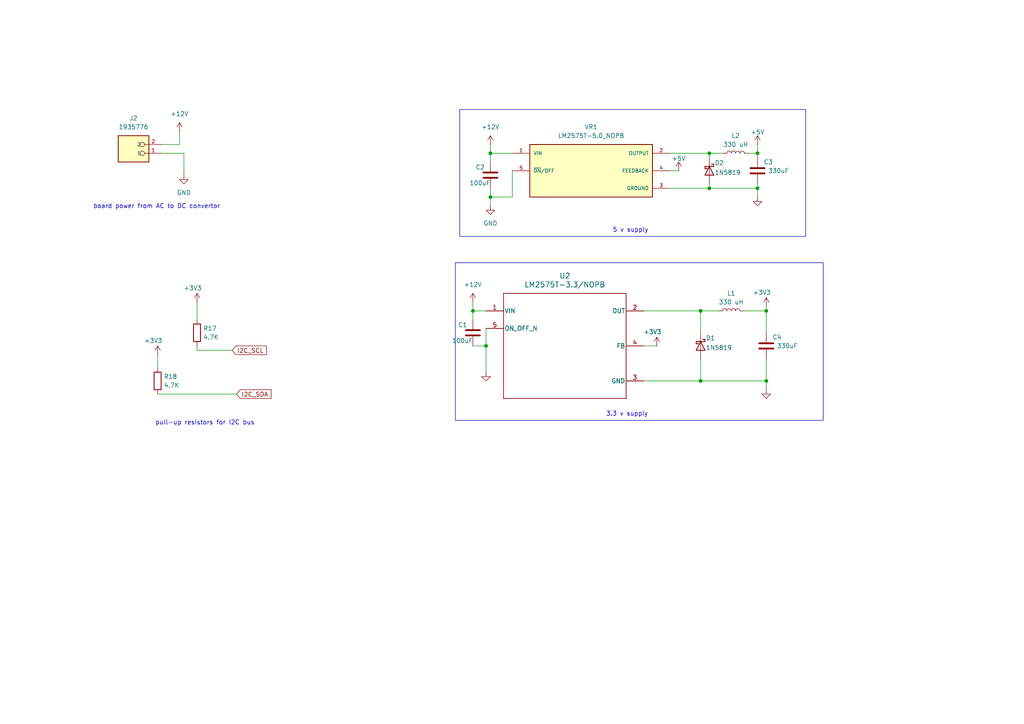
<source format=kicad_sch>
(kicad_sch
	(version 20231120)
	(generator "eeschema")
	(generator_version "8.0")
	(uuid "95bbdfcc-cd05-4417-9902-e311e350375c")
	(paper "A4")
	(lib_symbols
		(symbol "Device:C"
			(pin_numbers hide)
			(pin_names
				(offset 0.254)
			)
			(exclude_from_sim no)
			(in_bom yes)
			(on_board yes)
			(property "Reference" "C"
				(at 0.635 2.54 0)
				(effects
					(font
						(size 1.27 1.27)
					)
					(justify left)
				)
			)
			(property "Value" "C"
				(at 0.635 -2.54 0)
				(effects
					(font
						(size 1.27 1.27)
					)
					(justify left)
				)
			)
			(property "Footprint" ""
				(at 0.9652 -3.81 0)
				(effects
					(font
						(size 1.27 1.27)
					)
					(hide yes)
				)
			)
			(property "Datasheet" "~"
				(at 0 0 0)
				(effects
					(font
						(size 1.27 1.27)
					)
					(hide yes)
				)
			)
			(property "Description" "Unpolarized capacitor"
				(at 0 0 0)
				(effects
					(font
						(size 1.27 1.27)
					)
					(hide yes)
				)
			)
			(property "ki_keywords" "cap capacitor"
				(at 0 0 0)
				(effects
					(font
						(size 1.27 1.27)
					)
					(hide yes)
				)
			)
			(property "ki_fp_filters" "C_*"
				(at 0 0 0)
				(effects
					(font
						(size 1.27 1.27)
					)
					(hide yes)
				)
			)
			(symbol "C_0_1"
				(polyline
					(pts
						(xy -2.032 -0.762) (xy 2.032 -0.762)
					)
					(stroke
						(width 0.508)
						(type default)
					)
					(fill
						(type none)
					)
				)
				(polyline
					(pts
						(xy -2.032 0.762) (xy 2.032 0.762)
					)
					(stroke
						(width 0.508)
						(type default)
					)
					(fill
						(type none)
					)
				)
			)
			(symbol "C_1_1"
				(pin passive line
					(at 0 3.81 270)
					(length 2.794)
					(name "~"
						(effects
							(font
								(size 1.27 1.27)
							)
						)
					)
					(number "1"
						(effects
							(font
								(size 1.27 1.27)
							)
						)
					)
				)
				(pin passive line
					(at 0 -3.81 90)
					(length 2.794)
					(name "~"
						(effects
							(font
								(size 1.27 1.27)
							)
						)
					)
					(number "2"
						(effects
							(font
								(size 1.27 1.27)
							)
						)
					)
				)
			)
		)
		(symbol "Device:L"
			(pin_numbers hide)
			(pin_names
				(offset 1.016) hide)
			(exclude_from_sim no)
			(in_bom yes)
			(on_board yes)
			(property "Reference" "L1"
				(at 5.08 0 90)
				(effects
					(font
						(size 1.27 1.27)
					)
				)
			)
			(property "Value" "330 uH"
				(at 2.54 0 90)
				(effects
					(font
						(size 1.27 1.27)
					)
				)
			)
			(property "Footprint" "inductor_footprint:IND_1210-WE-PD_WRE"
				(at 0 0 0)
				(effects
					(font
						(size 1.27 1.27)
					)
					(hide yes)
				)
			)
			(property "Datasheet" "~"
				(at 0 0 0)
				(effects
					(font
						(size 1.27 1.27)
					)
					(hide yes)
				)
			)
			(property "Description" "Inductor"
				(at 0 0 0)
				(effects
					(font
						(size 1.27 1.27)
					)
					(hide yes)
				)
			)
			(property "ki_keywords" "inductor choke coil reactor magnetic"
				(at 0 0 0)
				(effects
					(font
						(size 1.27 1.27)
					)
					(hide yes)
				)
			)
			(property "ki_fp_filters" "Choke_* *Coil* Inductor_* L_*"
				(at 0 0 0)
				(effects
					(font
						(size 1.27 1.27)
					)
					(hide yes)
				)
			)
			(symbol "L_0_1"
				(arc
					(start 0 -2.54)
					(mid 0.6323 -1.905)
					(end 0 -1.27)
					(stroke
						(width 0)
						(type default)
					)
					(fill
						(type none)
					)
				)
				(arc
					(start 0 -1.27)
					(mid 0.6323 -0.635)
					(end 0 0)
					(stroke
						(width 0)
						(type default)
					)
					(fill
						(type none)
					)
				)
				(arc
					(start 0 0)
					(mid 0.6323 0.635)
					(end 0 1.27)
					(stroke
						(width 0)
						(type default)
					)
					(fill
						(type none)
					)
				)
				(arc
					(start 0 1.27)
					(mid 0.6323 1.905)
					(end 0 2.54)
					(stroke
						(width 0)
						(type default)
					)
					(fill
						(type none)
					)
				)
			)
			(symbol "L_1_1"
				(pin passive line
					(at 0 3.81 270)
					(length 1.27)
					(name "1"
						(effects
							(font
								(size 1.27 1.27)
							)
						)
					)
					(number "1"
						(effects
							(font
								(size 1.27 1.27)
							)
						)
					)
				)
				(pin power_out line
					(at 0 -3.81 90)
					(length 1.27)
					(name "2"
						(effects
							(font
								(size 1.27 1.27)
							)
						)
					)
					(number "2"
						(effects
							(font
								(size 1.27 1.27)
							)
						)
					)
				)
			)
		)
		(symbol "Device:R"
			(pin_numbers hide)
			(pin_names
				(offset 0)
			)
			(exclude_from_sim no)
			(in_bom yes)
			(on_board yes)
			(property "Reference" "R"
				(at 2.032 0 90)
				(effects
					(font
						(size 1.27 1.27)
					)
				)
			)
			(property "Value" "R"
				(at 0 0 90)
				(effects
					(font
						(size 1.27 1.27)
					)
				)
			)
			(property "Footprint" ""
				(at -1.778 0 90)
				(effects
					(font
						(size 1.27 1.27)
					)
					(hide yes)
				)
			)
			(property "Datasheet" "~"
				(at 0 0 0)
				(effects
					(font
						(size 1.27 1.27)
					)
					(hide yes)
				)
			)
			(property "Description" "Resistor"
				(at 0 0 0)
				(effects
					(font
						(size 1.27 1.27)
					)
					(hide yes)
				)
			)
			(property "ki_keywords" "R res resistor"
				(at 0 0 0)
				(effects
					(font
						(size 1.27 1.27)
					)
					(hide yes)
				)
			)
			(property "ki_fp_filters" "R_*"
				(at 0 0 0)
				(effects
					(font
						(size 1.27 1.27)
					)
					(hide yes)
				)
			)
			(symbol "R_0_1"
				(rectangle
					(start -1.016 -2.54)
					(end 1.016 2.54)
					(stroke
						(width 0.254)
						(type default)
					)
					(fill
						(type none)
					)
				)
			)
			(symbol "R_1_1"
				(pin passive line
					(at 0 3.81 270)
					(length 1.27)
					(name "~"
						(effects
							(font
								(size 1.27 1.27)
							)
						)
					)
					(number "1"
						(effects
							(font
								(size 1.27 1.27)
							)
						)
					)
				)
				(pin passive line
					(at 0 -3.81 90)
					(length 1.27)
					(name "~"
						(effects
							(font
								(size 1.27 1.27)
							)
						)
					)
					(number "2"
						(effects
							(font
								(size 1.27 1.27)
							)
						)
					)
				)
			)
		)
		(symbol "Diode:1N5819"
			(pin_numbers hide)
			(pin_names
				(offset 1.016) hide)
			(exclude_from_sim no)
			(in_bom yes)
			(on_board yes)
			(property "Reference" "D"
				(at 0 2.54 0)
				(effects
					(font
						(size 1.27 1.27)
					)
				)
			)
			(property "Value" "1N5819"
				(at 0 -2.54 0)
				(effects
					(font
						(size 1.27 1.27)
					)
				)
			)
			(property "Footprint" "Diode_THT:D_DO-41_SOD81_P10.16mm_Horizontal"
				(at 0 -4.445 0)
				(effects
					(font
						(size 1.27 1.27)
					)
					(hide yes)
				)
			)
			(property "Datasheet" "http://www.vishay.com/docs/88525/1n5817.pdf"
				(at 0 0 0)
				(effects
					(font
						(size 1.27 1.27)
					)
					(hide yes)
				)
			)
			(property "Description" "40V 1A Schottky Barrier Rectifier Diode, DO-41"
				(at 0 0 0)
				(effects
					(font
						(size 1.27 1.27)
					)
					(hide yes)
				)
			)
			(property "ki_keywords" "diode Schottky"
				(at 0 0 0)
				(effects
					(font
						(size 1.27 1.27)
					)
					(hide yes)
				)
			)
			(property "ki_fp_filters" "D*DO?41*"
				(at 0 0 0)
				(effects
					(font
						(size 1.27 1.27)
					)
					(hide yes)
				)
			)
			(symbol "1N5819_0_1"
				(polyline
					(pts
						(xy 1.27 0) (xy -1.27 0)
					)
					(stroke
						(width 0)
						(type default)
					)
					(fill
						(type none)
					)
				)
				(polyline
					(pts
						(xy 1.27 1.27) (xy 1.27 -1.27) (xy -1.27 0) (xy 1.27 1.27)
					)
					(stroke
						(width 0.254)
						(type default)
					)
					(fill
						(type none)
					)
				)
				(polyline
					(pts
						(xy -1.905 0.635) (xy -1.905 1.27) (xy -1.27 1.27) (xy -1.27 -1.27) (xy -0.635 -1.27) (xy -0.635 -0.635)
					)
					(stroke
						(width 0.254)
						(type default)
					)
					(fill
						(type none)
					)
				)
			)
			(symbol "1N5819_1_1"
				(pin passive line
					(at -3.81 0 0)
					(length 2.54)
					(name "K"
						(effects
							(font
								(size 1.27 1.27)
							)
						)
					)
					(number "1"
						(effects
							(font
								(size 1.27 1.27)
							)
						)
					)
				)
				(pin passive line
					(at 3.81 0 180)
					(length 2.54)
					(name "A"
						(effects
							(font
								(size 1.27 1.27)
							)
						)
					)
					(number "2"
						(effects
							(font
								(size 1.27 1.27)
							)
						)
					)
				)
			)
		)
		(symbol "LM2575T-3.3/NOPB:LM2575T-3.3_NOPB"
			(pin_names
				(offset 0.254)
			)
			(exclude_from_sim no)
			(in_bom yes)
			(on_board yes)
			(property "Reference" "U2"
				(at 0 20.32 0)
				(effects
					(font
						(size 1.524 1.524)
					)
				)
			)
			(property "Value" "LM2575T-3.3/NOPB"
				(at 0 17.78 0)
				(effects
					(font
						(size 1.524 1.524)
					)
				)
			)
			(property "Footprint" "3v3_supply_footprint:KC0005A"
				(at 0 0 0)
				(effects
					(font
						(size 1.27 1.27)
						(italic yes)
					)
					(hide yes)
				)
			)
			(property "Datasheet" "LM2575T-3.3/NOPB"
				(at 0 0 0)
				(effects
					(font
						(size 1.27 1.27)
						(italic yes)
					)
					(hide yes)
				)
			)
			(property "Description" ""
				(at 0 0 0)
				(effects
					(font
						(size 1.27 1.27)
					)
					(hide yes)
				)
			)
			(property "ki_locked" ""
				(at 0 0 0)
				(effects
					(font
						(size 1.27 1.27)
					)
				)
			)
			(property "ki_keywords" "LM2575T-3.3/NOPB"
				(at 0 0 0)
				(effects
					(font
						(size 1.27 1.27)
					)
					(hide yes)
				)
			)
			(property "ki_fp_filters" "KC0005A"
				(at 0 0 0)
				(effects
					(font
						(size 1.27 1.27)
					)
					(hide yes)
				)
			)
			(symbol "LM2575T-3.3_NOPB_0_1"
				(polyline
					(pts
						(xy -17.78 -15.24) (xy 17.78 -15.24)
					)
					(stroke
						(width 0.2032)
						(type default)
					)
					(fill
						(type none)
					)
				)
				(polyline
					(pts
						(xy -17.78 15.24) (xy -17.78 -15.24)
					)
					(stroke
						(width 0.2032)
						(type default)
					)
					(fill
						(type none)
					)
				)
				(polyline
					(pts
						(xy 17.78 -15.24) (xy 17.78 15.24)
					)
					(stroke
						(width 0.2032)
						(type default)
					)
					(fill
						(type none)
					)
				)
				(polyline
					(pts
						(xy 17.78 15.24) (xy -17.78 15.24)
					)
					(stroke
						(width 0.2032)
						(type default)
					)
					(fill
						(type none)
					)
				)
				(pin power_in line
					(at -22.86 10.16 0)
					(length 5.08)
					(name "VIN"
						(effects
							(font
								(size 1.27 1.27)
							)
						)
					)
					(number "1"
						(effects
							(font
								(size 1.27 1.27)
							)
						)
					)
				)
				(pin power_out line
					(at 22.86 10.16 180)
					(length 5.08)
					(name "OUT"
						(effects
							(font
								(size 1.27 1.27)
							)
						)
					)
					(number "2"
						(effects
							(font
								(size 1.27 1.27)
							)
						)
					)
				)
				(pin power_in line
					(at 22.86 -10.16 180)
					(length 5.08)
					(name "GND"
						(effects
							(font
								(size 1.27 1.27)
							)
						)
					)
					(number "3"
						(effects
							(font
								(size 1.27 1.27)
							)
						)
					)
				)
				(pin input line
					(at 22.86 0 180)
					(length 5.08)
					(name "FB"
						(effects
							(font
								(size 1.27 1.27)
							)
						)
					)
					(number "4"
						(effects
							(font
								(size 1.27 1.27)
							)
						)
					)
				)
				(pin input line
					(at -22.86 5.08 0)
					(length 5.08)
					(name "ON_OFF_N"
						(effects
							(font
								(size 1.27 1.27)
							)
						)
					)
					(number "5"
						(effects
							(font
								(size 1.27 1.27)
							)
						)
					)
				)
			)
		)
		(symbol "LM2575T-5.0/NOPB:LM2575T-5.0_NOPB"
			(pin_names
				(offset 1.016)
			)
			(exclude_from_sim no)
			(in_bom yes)
			(on_board yes)
			(property "Reference" "VR1"
				(at 0 12.7 0)
				(effects
					(font
						(size 1.27 1.27)
					)
				)
			)
			(property "Value" "LM2575T-5.0_NOPB"
				(at 0 10.16 0)
				(effects
					(font
						(size 1.27 1.27)
					)
				)
			)
			(property "Footprint" "5v_supply_footprint:KC0005A"
				(at 0 0 0)
				(effects
					(font
						(size 1.27 1.27)
					)
					(justify bottom)
					(hide yes)
				)
			)
			(property "Datasheet" ""
				(at 0 0 0)
				(effects
					(font
						(size 1.27 1.27)
					)
					(hide yes)
				)
			)
			(property "Description" ""
				(at 0 0 0)
				(effects
					(font
						(size 1.27 1.27)
					)
					(hide yes)
				)
			)
			(property "PARTREV" "E"
				(at 0 0 0)
				(effects
					(font
						(size 1.27 1.27)
					)
					(justify bottom)
					(hide yes)
				)
			)
			(property "MANUFACTURER" "Texas Instruments"
				(at 0 0 0)
				(effects
					(font
						(size 1.27 1.27)
					)
					(justify bottom)
					(hide yes)
				)
			)
			(property "MAXIMUM_PACKAGE_HEIGHT" "16.51mm"
				(at 0 0 0)
				(effects
					(font
						(size 1.27 1.27)
					)
					(justify bottom)
					(hide yes)
				)
			)
			(property "STANDARD" "IPC-7351B"
				(at 0 0 0)
				(effects
					(font
						(size 1.27 1.27)
					)
					(justify bottom)
					(hide yes)
				)
			)
			(symbol "LM2575T-5.0_NOPB_0_0"
				(rectangle
					(start -17.78 7.62)
					(end 17.78 -7.62)
					(stroke
						(width 0.254)
						(type default)
					)
					(fill
						(type background)
					)
				)
				(pin input line
					(at -22.86 5.08 0)
					(length 5.08)
					(name "VIN"
						(effects
							(font
								(size 1.016 1.016)
							)
						)
					)
					(number "1"
						(effects
							(font
								(size 1.016 1.016)
							)
						)
					)
				)
				(pin power_in line
					(at 22.86 -5.08 180)
					(length 5.08)
					(name "GROUND"
						(effects
							(font
								(size 1.016 1.016)
							)
						)
					)
					(number "3"
						(effects
							(font
								(size 1.016 1.016)
							)
						)
					)
				)
				(pin input line
					(at 22.86 0 180)
					(length 5.08)
					(name "FEEDBACK"
						(effects
							(font
								(size 1.016 1.016)
							)
						)
					)
					(number "4"
						(effects
							(font
								(size 1.016 1.016)
							)
						)
					)
				)
				(pin input line
					(at -22.86 0 0)
					(length 5.08)
					(name "~{ON}/OFF"
						(effects
							(font
								(size 1.016 1.016)
							)
						)
					)
					(number "5"
						(effects
							(font
								(size 1.016 1.016)
							)
						)
					)
				)
			)
			(symbol "LM2575T-5.0_NOPB_1_0"
				(pin power_out line
					(at 22.86 5.08 180)
					(length 5.08)
					(name "OUTPUT"
						(effects
							(font
								(size 1.016 1.016)
							)
						)
					)
					(number "2"
						(effects
							(font
								(size 1.016 1.016)
							)
						)
					)
				)
			)
		)
		(symbol "L_1"
			(pin_numbers hide)
			(pin_names
				(offset 1.016) hide)
			(exclude_from_sim no)
			(in_bom yes)
			(on_board yes)
			(property "Reference" "L2"
				(at 5.08 0 90)
				(effects
					(font
						(size 1.27 1.27)
					)
				)
			)
			(property "Value" "330 uH"
				(at 2.54 0 90)
				(effects
					(font
						(size 1.27 1.27)
					)
				)
			)
			(property "Footprint" "inductor_footprint:IND_1210-WE-PD_WRE"
				(at 0 0 0)
				(effects
					(font
						(size 1.27 1.27)
					)
					(hide yes)
				)
			)
			(property "Datasheet" "~"
				(at 0 0 0)
				(effects
					(font
						(size 1.27 1.27)
					)
					(hide yes)
				)
			)
			(property "Description" "Inductor"
				(at 0 0 0)
				(effects
					(font
						(size 1.27 1.27)
					)
					(hide yes)
				)
			)
			(property "ki_keywords" "inductor choke coil reactor magnetic"
				(at 0 0 0)
				(effects
					(font
						(size 1.27 1.27)
					)
					(hide yes)
				)
			)
			(property "ki_fp_filters" "Choke_* *Coil* Inductor_* L_*"
				(at 0 0 0)
				(effects
					(font
						(size 1.27 1.27)
					)
					(hide yes)
				)
			)
			(symbol "L_1_0_1"
				(arc
					(start 0 -2.54)
					(mid 0.6323 -1.905)
					(end 0 -1.27)
					(stroke
						(width 0)
						(type default)
					)
					(fill
						(type none)
					)
				)
				(arc
					(start 0 -1.27)
					(mid 0.6323 -0.635)
					(end 0 0)
					(stroke
						(width 0)
						(type default)
					)
					(fill
						(type none)
					)
				)
				(arc
					(start 0 0)
					(mid 0.6323 0.635)
					(end 0 1.27)
					(stroke
						(width 0)
						(type default)
					)
					(fill
						(type none)
					)
				)
				(arc
					(start 0 1.27)
					(mid 0.6323 1.905)
					(end 0 2.54)
					(stroke
						(width 0)
						(type default)
					)
					(fill
						(type none)
					)
				)
			)
			(symbol "L_1_1_1"
				(pin passive line
					(at 0 3.81 270)
					(length 1.27)
					(name "1"
						(effects
							(font
								(size 1.27 1.27)
							)
						)
					)
					(number "1"
						(effects
							(font
								(size 1.27 1.27)
							)
						)
					)
				)
				(pin power_out line
					(at 0 -3.81 90)
					(length 1.27)
					(name "2"
						(effects
							(font
								(size 1.27 1.27)
							)
						)
					)
					(number "2"
						(effects
							(font
								(size 1.27 1.27)
							)
						)
					)
				)
			)
		)
		(symbol "power:+12V"
			(power)
			(pin_numbers hide)
			(pin_names
				(offset 0) hide)
			(exclude_from_sim no)
			(in_bom yes)
			(on_board yes)
			(property "Reference" "#PWR"
				(at 0 -3.81 0)
				(effects
					(font
						(size 1.27 1.27)
					)
					(hide yes)
				)
			)
			(property "Value" "+12V"
				(at 0 3.556 0)
				(effects
					(font
						(size 1.27 1.27)
					)
				)
			)
			(property "Footprint" ""
				(at 0 0 0)
				(effects
					(font
						(size 1.27 1.27)
					)
					(hide yes)
				)
			)
			(property "Datasheet" ""
				(at 0 0 0)
				(effects
					(font
						(size 1.27 1.27)
					)
					(hide yes)
				)
			)
			(property "Description" "Power symbol creates a global label with name \"+12V\""
				(at 0 0 0)
				(effects
					(font
						(size 1.27 1.27)
					)
					(hide yes)
				)
			)
			(property "ki_keywords" "global power"
				(at 0 0 0)
				(effects
					(font
						(size 1.27 1.27)
					)
					(hide yes)
				)
			)
			(symbol "+12V_0_1"
				(polyline
					(pts
						(xy -0.762 1.27) (xy 0 2.54)
					)
					(stroke
						(width 0)
						(type default)
					)
					(fill
						(type none)
					)
				)
				(polyline
					(pts
						(xy 0 0) (xy 0 2.54)
					)
					(stroke
						(width 0)
						(type default)
					)
					(fill
						(type none)
					)
				)
				(polyline
					(pts
						(xy 0 2.54) (xy 0.762 1.27)
					)
					(stroke
						(width 0)
						(type default)
					)
					(fill
						(type none)
					)
				)
			)
			(symbol "+12V_1_1"
				(pin power_in line
					(at 0 0 90)
					(length 0)
					(name "~"
						(effects
							(font
								(size 1.27 1.27)
							)
						)
					)
					(number "1"
						(effects
							(font
								(size 1.27 1.27)
							)
						)
					)
				)
			)
		)
		(symbol "power:+3V3"
			(power)
			(pin_numbers hide)
			(pin_names
				(offset 0) hide)
			(exclude_from_sim no)
			(in_bom yes)
			(on_board yes)
			(property "Reference" "#PWR"
				(at 0 -3.81 0)
				(effects
					(font
						(size 1.27 1.27)
					)
					(hide yes)
				)
			)
			(property "Value" "+3V3"
				(at 0 3.556 0)
				(effects
					(font
						(size 1.27 1.27)
					)
				)
			)
			(property "Footprint" ""
				(at 0 0 0)
				(effects
					(font
						(size 1.27 1.27)
					)
					(hide yes)
				)
			)
			(property "Datasheet" ""
				(at 0 0 0)
				(effects
					(font
						(size 1.27 1.27)
					)
					(hide yes)
				)
			)
			(property "Description" "Power symbol creates a global label with name \"+3V3\""
				(at 0 0 0)
				(effects
					(font
						(size 1.27 1.27)
					)
					(hide yes)
				)
			)
			(property "ki_keywords" "global power"
				(at 0 0 0)
				(effects
					(font
						(size 1.27 1.27)
					)
					(hide yes)
				)
			)
			(symbol "+3V3_0_1"
				(polyline
					(pts
						(xy -0.762 1.27) (xy 0 2.54)
					)
					(stroke
						(width 0)
						(type default)
					)
					(fill
						(type none)
					)
				)
				(polyline
					(pts
						(xy 0 0) (xy 0 2.54)
					)
					(stroke
						(width 0)
						(type default)
					)
					(fill
						(type none)
					)
				)
				(polyline
					(pts
						(xy 0 2.54) (xy 0.762 1.27)
					)
					(stroke
						(width 0)
						(type default)
					)
					(fill
						(type none)
					)
				)
			)
			(symbol "+3V3_1_1"
				(pin power_in line
					(at 0 0 90)
					(length 0)
					(name "~"
						(effects
							(font
								(size 1.27 1.27)
							)
						)
					)
					(number "1"
						(effects
							(font
								(size 1.27 1.27)
							)
						)
					)
				)
			)
		)
		(symbol "power:+5V"
			(power)
			(pin_numbers hide)
			(pin_names
				(offset 0) hide)
			(exclude_from_sim no)
			(in_bom yes)
			(on_board yes)
			(property "Reference" "#PWR"
				(at 0 -3.81 0)
				(effects
					(font
						(size 1.27 1.27)
					)
					(hide yes)
				)
			)
			(property "Value" "+5V"
				(at 0 3.556 0)
				(effects
					(font
						(size 1.27 1.27)
					)
				)
			)
			(property "Footprint" ""
				(at 0 0 0)
				(effects
					(font
						(size 1.27 1.27)
					)
					(hide yes)
				)
			)
			(property "Datasheet" ""
				(at 0 0 0)
				(effects
					(font
						(size 1.27 1.27)
					)
					(hide yes)
				)
			)
			(property "Description" "Power symbol creates a global label with name \"+5V\""
				(at 0 0 0)
				(effects
					(font
						(size 1.27 1.27)
					)
					(hide yes)
				)
			)
			(property "ki_keywords" "global power"
				(at 0 0 0)
				(effects
					(font
						(size 1.27 1.27)
					)
					(hide yes)
				)
			)
			(symbol "+5V_0_1"
				(polyline
					(pts
						(xy -0.762 1.27) (xy 0 2.54)
					)
					(stroke
						(width 0)
						(type default)
					)
					(fill
						(type none)
					)
				)
				(polyline
					(pts
						(xy 0 0) (xy 0 2.54)
					)
					(stroke
						(width 0)
						(type default)
					)
					(fill
						(type none)
					)
				)
				(polyline
					(pts
						(xy 0 2.54) (xy 0.762 1.27)
					)
					(stroke
						(width 0)
						(type default)
					)
					(fill
						(type none)
					)
				)
			)
			(symbol "+5V_1_1"
				(pin power_in line
					(at 0 0 90)
					(length 0)
					(name "~"
						(effects
							(font
								(size 1.27 1.27)
							)
						)
					)
					(number "1"
						(effects
							(font
								(size 1.27 1.27)
							)
						)
					)
				)
			)
		)
		(symbol "power:GND"
			(power)
			(pin_numbers hide)
			(pin_names
				(offset 0) hide)
			(exclude_from_sim no)
			(in_bom yes)
			(on_board yes)
			(property "Reference" "#PWR"
				(at 0 -6.35 0)
				(effects
					(font
						(size 1.27 1.27)
					)
					(hide yes)
				)
			)
			(property "Value" "GND"
				(at 0 -3.81 0)
				(effects
					(font
						(size 1.27 1.27)
					)
				)
			)
			(property "Footprint" ""
				(at 0 0 0)
				(effects
					(font
						(size 1.27 1.27)
					)
					(hide yes)
				)
			)
			(property "Datasheet" ""
				(at 0 0 0)
				(effects
					(font
						(size 1.27 1.27)
					)
					(hide yes)
				)
			)
			(property "Description" "Power symbol creates a global label with name \"GND\" , ground"
				(at 0 0 0)
				(effects
					(font
						(size 1.27 1.27)
					)
					(hide yes)
				)
			)
			(property "ki_keywords" "global power"
				(at 0 0 0)
				(effects
					(font
						(size 1.27 1.27)
					)
					(hide yes)
				)
			)
			(symbol "GND_0_1"
				(polyline
					(pts
						(xy 0 0) (xy 0 -1.27) (xy 1.27 -1.27) (xy 0 -2.54) (xy -1.27 -1.27) (xy 0 -1.27)
					)
					(stroke
						(width 0)
						(type default)
					)
					(fill
						(type none)
					)
				)
			)
			(symbol "GND_1_1"
				(pin power_in line
					(at 0 0 270)
					(length 0)
					(name "~"
						(effects
							(font
								(size 1.27 1.27)
							)
						)
					)
					(number "1"
						(effects
							(font
								(size 1.27 1.27)
							)
						)
					)
				)
			)
		)
		(symbol "terminal_two_holes:1935776"
			(pin_names
				(offset 1.016)
			)
			(exclude_from_sim no)
			(in_bom yes)
			(on_board yes)
			(property "Reference" "J2"
				(at 0.635 -10.16 0)
				(effects
					(font
						(size 1.27 1.27)
					)
				)
			)
			(property "Value" "1935776"
				(at 0.635 -7.62 0)
				(effects
					(font
						(size 1.27 1.27)
					)
				)
			)
			(property "Footprint" "terminal_two_footprint:PHOENIX_1935776"
				(at 0 0 0)
				(effects
					(font
						(size 1.27 1.27)
					)
					(justify bottom)
					(hide yes)
				)
			)
			(property "Datasheet" ""
				(at 0 0 0)
				(effects
					(font
						(size 1.27 1.27)
					)
					(hide yes)
				)
			)
			(property "Description" ""
				(at 0 0 0)
				(effects
					(font
						(size 1.27 1.27)
					)
					(hide yes)
				)
			)
			(property "PARTREV" "19.10.2016"
				(at 0 0 0)
				(effects
					(font
						(size 1.27 1.27)
					)
					(justify bottom)
					(hide yes)
				)
			)
			(property "STANDARD" "Manufacturer Recommendations"
				(at -0.508 3.556 0)
				(effects
					(font
						(size 1.27 1.27)
					)
					(justify bottom)
					(hide yes)
				)
			)
			(property "MAXIMUM_PACKAGE_HEIGHT" "13.65mm"
				(at 0 0 0)
				(effects
					(font
						(size 1.27 1.27)
					)
					(justify bottom)
					(hide yes)
				)
			)
			(property "MANUFACTURER" "Phoenix Contact"
				(at 0 0 0)
				(effects
					(font
						(size 1.27 1.27)
					)
					(justify bottom)
					(hide yes)
				)
			)
			(symbol "1935776_0_0"
				(rectangle
					(start -3.81 2.54)
					(end 5.08 -5.08)
					(stroke
						(width 0.254)
						(type default)
					)
					(fill
						(type background)
					)
				)
				(circle
					(center -1.905 -2.54)
					(radius 0.635)
					(stroke
						(width 0.1524)
						(type default)
					)
					(fill
						(type none)
					)
				)
				(circle
					(center -1.905 0)
					(radius 0.635)
					(stroke
						(width 0.1524)
						(type default)
					)
					(fill
						(type none)
					)
				)
				(pin power_out line
					(at -7.62 0 0)
					(length 5.08)
					(name "1"
						(effects
							(font
								(size 1.016 1.016)
							)
						)
					)
					(number "1"
						(effects
							(font
								(size 1.016 1.016)
							)
						)
					)
				)
				(pin power_out line
					(at -7.62 -2.54 0)
					(length 5.08)
					(name "2"
						(effects
							(font
								(size 1.016 1.016)
							)
						)
					)
					(number "2"
						(effects
							(font
								(size 1.016 1.016)
							)
						)
					)
				)
			)
		)
	)
	(junction
		(at 222.25 110.49)
		(diameter 0)
		(color 0 0 0 0)
		(uuid "1467df79-e94c-4ac3-b663-65e83952226d")
	)
	(junction
		(at 142.24 44.45)
		(diameter 0)
		(color 0 0 0 0)
		(uuid "2897cc36-9652-4a8f-afa2-9c4033a387d2")
	)
	(junction
		(at 205.74 54.61)
		(diameter 0)
		(color 0 0 0 0)
		(uuid "2fb0d932-c317-4ab6-aca5-1a36e995e8fa")
	)
	(junction
		(at 219.71 54.61)
		(diameter 0)
		(color 0 0 0 0)
		(uuid "3f60a491-0da5-411d-9a3d-0c5e2fbea359")
	)
	(junction
		(at 203.2 110.49)
		(diameter 0)
		(color 0 0 0 0)
		(uuid "5a33515d-d0b6-49f8-a9e8-70192d40c806")
	)
	(junction
		(at 137.16 90.17)
		(diameter 0)
		(color 0 0 0 0)
		(uuid "7ae97a5f-d600-4ab8-a6d9-709570651bdc")
	)
	(junction
		(at 142.24 57.15)
		(diameter 0)
		(color 0 0 0 0)
		(uuid "9233f8b3-12d4-4f3d-bc01-8989703d428b")
	)
	(junction
		(at 222.25 90.17)
		(diameter 0)
		(color 0 0 0 0)
		(uuid "96a53329-2f3f-4e3e-8267-6d2178685fcf")
	)
	(junction
		(at 219.71 44.45)
		(diameter 0)
		(color 0 0 0 0)
		(uuid "ba7e7ef4-50f3-41b7-9d96-919aed968f09")
	)
	(junction
		(at 203.2 90.17)
		(diameter 0)
		(color 0 0 0 0)
		(uuid "eb604715-dbb4-4bb7-acef-f409a299a5af")
	)
	(junction
		(at 205.74 44.45)
		(diameter 0)
		(color 0 0 0 0)
		(uuid "f0d7a493-8906-40e9-a4bb-b81fa4eb2f88")
	)
	(junction
		(at 140.97 100.33)
		(diameter 0)
		(color 0 0 0 0)
		(uuid "f3035e32-1eb4-4f65-ac91-9577fc8e0ce8")
	)
	(wire
		(pts
			(xy 137.16 90.17) (xy 137.16 92.71)
		)
		(stroke
			(width 0)
			(type default)
		)
		(uuid "06bb4131-cbd5-4d44-ab31-7423d9842fcc")
	)
	(wire
		(pts
			(xy 142.24 44.45) (xy 142.24 46.99)
		)
		(stroke
			(width 0)
			(type default)
		)
		(uuid "0f2504a1-ca09-41e3-a83e-1b0a5d4d6517")
	)
	(wire
		(pts
			(xy 46.99 44.45) (xy 53.34 44.45)
		)
		(stroke
			(width 0)
			(type default)
		)
		(uuid "0f2c886f-ca38-4e02-b9b1-9cb59be9e712")
	)
	(wire
		(pts
			(xy 209.55 44.45) (xy 205.74 44.45)
		)
		(stroke
			(width 0)
			(type default)
		)
		(uuid "189084cf-3fc3-487d-971b-d0d527ddfed0")
	)
	(wire
		(pts
			(xy 205.74 53.34) (xy 205.74 54.61)
		)
		(stroke
			(width 0)
			(type default)
		)
		(uuid "219723c7-b887-444f-a7bb-f4c9f56eda9a")
	)
	(wire
		(pts
			(xy 219.71 54.61) (xy 219.71 57.15)
		)
		(stroke
			(width 0)
			(type default)
		)
		(uuid "268e5e30-1f91-43a5-85c1-66fd78901713")
	)
	(wire
		(pts
			(xy 45.72 114.3) (xy 68.58 114.3)
		)
		(stroke
			(width 0)
			(type default)
		)
		(uuid "2d9a38f2-c972-4d27-be35-7b42de678837")
	)
	(wire
		(pts
			(xy 186.69 90.17) (xy 203.2 90.17)
		)
		(stroke
			(width 0)
			(type default)
		)
		(uuid "2fb11d47-eb2a-4329-b1e2-49eead81dd4d")
	)
	(wire
		(pts
			(xy 53.34 44.45) (xy 53.34 50.8)
		)
		(stroke
			(width 0)
			(type default)
		)
		(uuid "32e6b52e-499f-46f5-9725-5a2deb87989c")
	)
	(wire
		(pts
			(xy 215.9 90.17) (xy 222.25 90.17)
		)
		(stroke
			(width 0)
			(type default)
		)
		(uuid "32fb43dc-7d2e-4cca-a9ee-e102cf3fab27")
	)
	(wire
		(pts
			(xy 142.24 41.91) (xy 142.24 44.45)
		)
		(stroke
			(width 0)
			(type default)
		)
		(uuid "3491103f-a6e4-4a16-80b7-7bd4c7af5724")
	)
	(wire
		(pts
			(xy 222.25 113.03) (xy 222.25 110.49)
		)
		(stroke
			(width 0)
			(type default)
		)
		(uuid "381e03c5-272c-4167-aacb-8372542301ab")
	)
	(wire
		(pts
			(xy 203.2 90.17) (xy 203.2 96.52)
		)
		(stroke
			(width 0)
			(type default)
		)
		(uuid "4ea38710-17fa-413c-a202-fe45622af4ee")
	)
	(wire
		(pts
			(xy 194.31 49.53) (xy 196.85 49.53)
		)
		(stroke
			(width 0)
			(type default)
		)
		(uuid "4f133d7b-63c6-4032-8c99-c148e7b9191c")
	)
	(wire
		(pts
			(xy 219.71 44.45) (xy 219.71 45.72)
		)
		(stroke
			(width 0)
			(type default)
		)
		(uuid "4f8f92e8-e8c5-4876-8477-c17f767aa9be")
	)
	(wire
		(pts
			(xy 222.25 90.17) (xy 222.25 96.52)
		)
		(stroke
			(width 0)
			(type default)
		)
		(uuid "507536a7-a432-439f-9d57-d588db1f9a08")
	)
	(wire
		(pts
			(xy 219.71 53.34) (xy 219.71 54.61)
		)
		(stroke
			(width 0)
			(type default)
		)
		(uuid "5ad7bfb0-4ced-4b3a-8f29-0430bb61d374")
	)
	(wire
		(pts
			(xy 203.2 90.17) (xy 208.28 90.17)
		)
		(stroke
			(width 0)
			(type default)
		)
		(uuid "5fad8803-d107-4be2-9993-8e4cffe53262")
	)
	(wire
		(pts
			(xy 137.16 90.17) (xy 137.16 87.63)
		)
		(stroke
			(width 0)
			(type default)
		)
		(uuid "6414cc97-0c62-4220-b92a-d262c176b4f1")
	)
	(wire
		(pts
			(xy 205.74 54.61) (xy 219.71 54.61)
		)
		(stroke
			(width 0)
			(type default)
		)
		(uuid "6c2360e6-be0b-4be7-8bb0-0f1a4650a333")
	)
	(wire
		(pts
			(xy 142.24 44.45) (xy 148.59 44.45)
		)
		(stroke
			(width 0)
			(type default)
		)
		(uuid "6da36334-851e-45cf-9db1-15ba7b6ed2cc")
	)
	(wire
		(pts
			(xy 186.69 100.33) (xy 190.5 100.33)
		)
		(stroke
			(width 0)
			(type default)
		)
		(uuid "766708d2-a0e5-4be9-824c-0bdb275afd1e")
	)
	(wire
		(pts
			(xy 137.16 100.33) (xy 140.97 100.33)
		)
		(stroke
			(width 0)
			(type default)
		)
		(uuid "781bead3-d6e1-4d03-8b80-783a2ac4ba8f")
	)
	(wire
		(pts
			(xy 203.2 110.49) (xy 186.69 110.49)
		)
		(stroke
			(width 0)
			(type default)
		)
		(uuid "81e147b5-6ce8-4cae-9318-afd64c45a721")
	)
	(wire
		(pts
			(xy 222.25 88.9) (xy 222.25 90.17)
		)
		(stroke
			(width 0)
			(type default)
		)
		(uuid "83cdb030-7ab9-4039-857d-28b27bc29276")
	)
	(wire
		(pts
			(xy 52.07 41.91) (xy 52.07 38.1)
		)
		(stroke
			(width 0)
			(type default)
		)
		(uuid "853a6f20-ab32-4238-8084-03c96200e21a")
	)
	(wire
		(pts
			(xy 194.31 44.45) (xy 205.74 44.45)
		)
		(stroke
			(width 0)
			(type default)
		)
		(uuid "8545a5c1-c161-46b2-8add-0b5559c2e281")
	)
	(wire
		(pts
			(xy 142.24 57.15) (xy 148.59 57.15)
		)
		(stroke
			(width 0)
			(type default)
		)
		(uuid "940a2624-8c94-4b92-98e2-e386b836a413")
	)
	(wire
		(pts
			(xy 140.97 90.17) (xy 137.16 90.17)
		)
		(stroke
			(width 0)
			(type default)
		)
		(uuid "a87c8497-cc8a-40cf-9d95-9ae5571fbc95")
	)
	(wire
		(pts
			(xy 203.2 104.14) (xy 203.2 110.49)
		)
		(stroke
			(width 0)
			(type default)
		)
		(uuid "aa3978e5-1f6f-49b0-ab00-489c5733cc34")
	)
	(wire
		(pts
			(xy 194.31 54.61) (xy 205.74 54.61)
		)
		(stroke
			(width 0)
			(type default)
		)
		(uuid "ac9a66f4-d9a7-4b78-9c2e-d75b96b947db")
	)
	(wire
		(pts
			(xy 148.59 49.53) (xy 148.59 57.15)
		)
		(stroke
			(width 0)
			(type default)
		)
		(uuid "acb003ae-7060-4770-ad55-7fc2f4ec0ced")
	)
	(wire
		(pts
			(xy 140.97 100.33) (xy 140.97 107.95)
		)
		(stroke
			(width 0)
			(type default)
		)
		(uuid "b849c4f5-e681-46e2-af9a-17a37f459c28")
	)
	(wire
		(pts
			(xy 67.31 101.6) (xy 57.15 101.6)
		)
		(stroke
			(width 0)
			(type default)
		)
		(uuid "b87591fa-0f8f-4df2-b30b-b60f2c1c503f")
	)
	(wire
		(pts
			(xy 57.15 101.6) (xy 57.15 100.33)
		)
		(stroke
			(width 0)
			(type default)
		)
		(uuid "b9ebe565-6e3c-4be6-9b6a-c8e91cb4c11d")
	)
	(wire
		(pts
			(xy 57.15 87.63) (xy 57.15 92.71)
		)
		(stroke
			(width 0)
			(type default)
		)
		(uuid "ba31bba1-1ff6-464b-bc58-87e7f7c7ab66")
	)
	(wire
		(pts
			(xy 45.72 102.87) (xy 45.72 106.68)
		)
		(stroke
			(width 0)
			(type default)
		)
		(uuid "bbbcc7d5-aa1f-46f1-8c25-96da41faecd9")
	)
	(wire
		(pts
			(xy 142.24 54.61) (xy 142.24 57.15)
		)
		(stroke
			(width 0)
			(type default)
		)
		(uuid "c7ca57a0-d38a-4a4e-af2b-5b0e48f495ed")
	)
	(wire
		(pts
			(xy 222.25 104.14) (xy 222.25 110.49)
		)
		(stroke
			(width 0)
			(type default)
		)
		(uuid "cccd19a8-fd12-4257-aee0-08acff0565dd")
	)
	(wire
		(pts
			(xy 219.71 41.91) (xy 219.71 44.45)
		)
		(stroke
			(width 0)
			(type default)
		)
		(uuid "d321da50-bc3e-4fb3-ba76-653a457bc220")
	)
	(wire
		(pts
			(xy 142.24 59.69) (xy 142.24 57.15)
		)
		(stroke
			(width 0)
			(type default)
		)
		(uuid "d3c1b8b5-5af3-4503-ac75-2571fde44c3b")
	)
	(wire
		(pts
			(xy 217.17 44.45) (xy 219.71 44.45)
		)
		(stroke
			(width 0)
			(type default)
		)
		(uuid "d85dbbf6-81f0-4806-bf24-8fbc80a160fc")
	)
	(wire
		(pts
			(xy 140.97 95.25) (xy 140.97 100.33)
		)
		(stroke
			(width 0)
			(type default)
		)
		(uuid "e9320625-15e1-4cb5-99c3-bf49ecd4008a")
	)
	(wire
		(pts
			(xy 205.74 45.72) (xy 205.74 44.45)
		)
		(stroke
			(width 0)
			(type default)
		)
		(uuid "eb7de8c6-3d22-4aee-8799-ce8e0f299c6d")
	)
	(wire
		(pts
			(xy 203.2 110.49) (xy 222.25 110.49)
		)
		(stroke
			(width 0)
			(type default)
		)
		(uuid "f514356d-a260-4b81-ac5f-ea642f8aab1a")
	)
	(wire
		(pts
			(xy 46.99 41.91) (xy 52.07 41.91)
		)
		(stroke
			(width 0)
			(type default)
		)
		(uuid "fd1c24da-cb2f-4d65-9b23-6400cfd6ede6")
	)
	(rectangle
		(start 132.08 76.2)
		(end 238.76 121.92)
		(stroke
			(width 0)
			(type default)
		)
		(fill
			(type none)
		)
		(uuid 8366f499-e0f8-4886-a047-a0956d661def)
	)
	(rectangle
		(start 133.35 31.75)
		(end 233.68 68.58)
		(stroke
			(width 0)
			(type default)
		)
		(fill
			(type none)
		)
		(uuid ac726051-bf22-46fe-879a-b3a5686497d5)
	)
	(text "5 v supply\n"
		(exclude_from_sim no)
		(at 182.88 66.802 0)
		(effects
			(font
				(size 1.27 1.27)
			)
		)
		(uuid "012c6786-a33d-49cb-ad06-ae757134a359")
	)
	(text "board power from AC to DC convertor\n"
		(exclude_from_sim no)
		(at 45.466 59.944 0)
		(effects
			(font
				(size 1.27 1.27)
			)
		)
		(uuid "4cb6a0c3-d831-4b63-b196-db228bc15a03")
	)
	(text "pull-up resistors for I2C bus\n"
		(exclude_from_sim no)
		(at 59.436 122.682 0)
		(effects
			(font
				(size 1.27 1.27)
			)
		)
		(uuid "52fc5918-2849-476d-b2d8-9d51b1d043df")
	)
	(text "3.3 v supply"
		(exclude_from_sim no)
		(at 181.864 120.142 0)
		(effects
			(font
				(size 1.27 1.27)
			)
		)
		(uuid "a8a191c7-6048-495f-85e3-9a1423b01a5f")
	)
	(global_label "I2C_SDA"
		(shape input)
		(at 68.58 114.3 0)
		(fields_autoplaced yes)
		(effects
			(font
				(size 1.27 1.27)
			)
			(justify left)
		)
		(uuid "14270818-77ea-4ee1-90ab-e7d0adda559a")
		(property "Intersheetrefs" "${INTERSHEET_REFS}"
			(at 79.1852 114.3 0)
			(effects
				(font
					(size 1.27 1.27)
				)
				(justify left)
				(hide yes)
			)
		)
	)
	(global_label "I2C_SCL"
		(shape input)
		(at 67.31 101.6 0)
		(fields_autoplaced yes)
		(effects
			(font
				(size 1.27 1.27)
			)
			(justify left)
		)
		(uuid "70a912a7-d6b8-4bfc-9b04-e6d78ae02667")
		(property "Intersheetrefs" "${INTERSHEET_REFS}"
			(at 77.8547 101.6 0)
			(effects
				(font
					(size 1.27 1.27)
				)
				(justify left)
				(hide yes)
			)
		)
	)
	(symbol
		(lib_id "power:GND")
		(at 53.34 50.8 0)
		(unit 1)
		(exclude_from_sim no)
		(in_bom yes)
		(on_board yes)
		(dnp no)
		(fields_autoplaced yes)
		(uuid "00f6054e-f03a-4742-b439-310b70edd44a")
		(property "Reference" "#PWR045"
			(at 53.34 57.15 0)
			(effects
				(font
					(size 1.27 1.27)
				)
				(hide yes)
			)
		)
		(property "Value" "GND"
			(at 53.34 55.88 0)
			(effects
				(font
					(size 1.27 1.27)
				)
			)
		)
		(property "Footprint" ""
			(at 53.34 50.8 0)
			(effects
				(font
					(size 1.27 1.27)
				)
				(hide yes)
			)
		)
		(property "Datasheet" ""
			(at 53.34 50.8 0)
			(effects
				(font
					(size 1.27 1.27)
				)
				(hide yes)
			)
		)
		(property "Description" "Power symbol creates a global label with name \"GND\" , ground"
			(at 53.34 50.8 0)
			(effects
				(font
					(size 1.27 1.27)
				)
				(hide yes)
			)
		)
		(pin "1"
			(uuid "15dd9bf3-7eb8-4fe6-b295-d07341125510")
		)
		(instances
			(project "electrical_design_hvac_v2"
				(path "/10f84de9-8bfb-40b1-9de5-d67279e8e055/06c0e78b-bce8-4411-a73b-5e72427a6bb7"
					(reference "#PWR045")
					(unit 1)
				)
			)
		)
	)
	(symbol
		(lib_id "Device:L")
		(at 212.09 90.17 90)
		(unit 1)
		(exclude_from_sim no)
		(in_bom yes)
		(on_board yes)
		(dnp no)
		(fields_autoplaced yes)
		(uuid "131c6d6e-5e0d-41a5-b589-3ad79fd915f9")
		(property "Reference" "L1"
			(at 212.09 85.09 90)
			(effects
				(font
					(size 1.27 1.27)
				)
			)
		)
		(property "Value" "330 uH"
			(at 212.09 87.63 90)
			(effects
				(font
					(size 1.27 1.27)
				)
			)
		)
		(property "Footprint" "inductor_footprint:IND_1210-WE-PD_WRE"
			(at 212.09 90.17 0)
			(effects
				(font
					(size 1.27 1.27)
				)
				(hide yes)
			)
		)
		(property "Datasheet" "~"
			(at 212.09 90.17 0)
			(effects
				(font
					(size 1.27 1.27)
				)
				(hide yes)
			)
		)
		(property "Description" "Inductor"
			(at 212.09 90.17 0)
			(effects
				(font
					(size 1.27 1.27)
				)
				(hide yes)
			)
		)
		(pin "1"
			(uuid "995f093a-fd2b-4f07-85f8-1b40890a68f3")
		)
		(pin "2"
			(uuid "65c2c84a-f300-46b3-95f6-e10a4be85d34")
		)
		(instances
			(project "electrical_design_hvac_v2"
				(path "/10f84de9-8bfb-40b1-9de5-d67279e8e055/06c0e78b-bce8-4411-a73b-5e72427a6bb7"
					(reference "L1")
					(unit 1)
				)
			)
		)
	)
	(symbol
		(lib_id "LM2575T-3.3/NOPB:LM2575T-3.3_NOPB")
		(at 163.83 100.33 0)
		(unit 1)
		(exclude_from_sim no)
		(in_bom yes)
		(on_board yes)
		(dnp no)
		(fields_autoplaced yes)
		(uuid "1322bcd1-09f4-4ffe-844e-2169fd9ade24")
		(property "Reference" "U2"
			(at 163.83 80.01 0)
			(effects
				(font
					(size 1.524 1.524)
				)
			)
		)
		(property "Value" "LM2575T-3.3/NOPB"
			(at 163.83 82.55 0)
			(effects
				(font
					(size 1.524 1.524)
				)
			)
		)
		(property "Footprint" "3v3_supply_footprint:KC0005A"
			(at 163.83 100.33 0)
			(effects
				(font
					(size 1.27 1.27)
					(italic yes)
				)
				(hide yes)
			)
		)
		(property "Datasheet" "LM2575T-3.3/NOPB"
			(at 163.83 100.33 0)
			(effects
				(font
					(size 1.27 1.27)
					(italic yes)
				)
				(hide yes)
			)
		)
		(property "Description" ""
			(at 163.83 100.33 0)
			(effects
				(font
					(size 1.27 1.27)
				)
				(hide yes)
			)
		)
		(pin "5"
			(uuid "6142b7b0-0fff-4b30-9bbf-48aa5b9f8ae2")
		)
		(pin "4"
			(uuid "f649427f-6542-47bb-9117-f2e04dd15642")
		)
		(pin "1"
			(uuid "9ed7323d-d9a6-43a0-a579-17c914d53510")
		)
		(pin "3"
			(uuid "ff3d93ea-167c-46fe-9b8d-25f4165bbc2a")
		)
		(pin "2"
			(uuid "9f7fdb51-e7c7-4df0-b70a-f89cc0285336")
		)
		(instances
			(project "electrical_design_hvac_v2"
				(path "/10f84de9-8bfb-40b1-9de5-d67279e8e055/06c0e78b-bce8-4411-a73b-5e72427a6bb7"
					(reference "U2")
					(unit 1)
				)
			)
		)
	)
	(symbol
		(lib_id "power:+3V3")
		(at 45.72 102.87 0)
		(unit 1)
		(exclude_from_sim no)
		(in_bom yes)
		(on_board yes)
		(dnp no)
		(uuid "1f04fdce-2e27-420f-9237-03f5dba0f605")
		(property "Reference" "#PWR070"
			(at 45.72 106.68 0)
			(effects
				(font
					(size 1.27 1.27)
				)
				(hide yes)
			)
		)
		(property "Value" "+3V3"
			(at 44.45 98.806 0)
			(effects
				(font
					(size 1.27 1.27)
				)
			)
		)
		(property "Footprint" ""
			(at 45.72 102.87 0)
			(effects
				(font
					(size 1.27 1.27)
				)
				(hide yes)
			)
		)
		(property "Datasheet" ""
			(at 45.72 102.87 0)
			(effects
				(font
					(size 1.27 1.27)
				)
				(hide yes)
			)
		)
		(property "Description" "Power symbol creates a global label with name \"+3V3\""
			(at 45.72 102.87 0)
			(effects
				(font
					(size 1.27 1.27)
				)
				(hide yes)
			)
		)
		(pin "1"
			(uuid "28782d44-b125-4317-a94c-2aca2fe523ee")
		)
		(instances
			(project "electrical_design_hvac_v2"
				(path "/10f84de9-8bfb-40b1-9de5-d67279e8e055/06c0e78b-bce8-4411-a73b-5e72427a6bb7"
					(reference "#PWR070")
					(unit 1)
				)
			)
		)
	)
	(symbol
		(lib_id "power:+3V3")
		(at 222.25 88.9 0)
		(unit 1)
		(exclude_from_sim no)
		(in_bom yes)
		(on_board yes)
		(dnp no)
		(uuid "2c3284d1-e335-43fe-9779-dc8c3669fcc9")
		(property "Reference" "#PWR09"
			(at 222.25 92.71 0)
			(effects
				(font
					(size 1.27 1.27)
				)
				(hide yes)
			)
		)
		(property "Value" "+3V3"
			(at 220.98 84.836 0)
			(effects
				(font
					(size 1.27 1.27)
				)
			)
		)
		(property "Footprint" ""
			(at 222.25 88.9 0)
			(effects
				(font
					(size 1.27 1.27)
				)
				(hide yes)
			)
		)
		(property "Datasheet" ""
			(at 222.25 88.9 0)
			(effects
				(font
					(size 1.27 1.27)
				)
				(hide yes)
			)
		)
		(property "Description" "Power symbol creates a global label with name \"+3V3\""
			(at 222.25 88.9 0)
			(effects
				(font
					(size 1.27 1.27)
				)
				(hide yes)
			)
		)
		(pin "1"
			(uuid "4929e955-1846-416d-910b-8320299c0469")
		)
		(instances
			(project "electrical_design_hvac_v2"
				(path "/10f84de9-8bfb-40b1-9de5-d67279e8e055/06c0e78b-bce8-4411-a73b-5e72427a6bb7"
					(reference "#PWR09")
					(unit 1)
				)
			)
		)
	)
	(symbol
		(lib_id "LM2575T-5.0/NOPB:LM2575T-5.0_NOPB")
		(at 171.45 49.53 0)
		(unit 1)
		(exclude_from_sim no)
		(in_bom yes)
		(on_board yes)
		(dnp no)
		(fields_autoplaced yes)
		(uuid "34037d7b-9818-4fb6-ac18-b00432c34702")
		(property "Reference" "VR1"
			(at 171.45 36.83 0)
			(effects
				(font
					(size 1.27 1.27)
				)
			)
		)
		(property "Value" "LM2575T-5.0_NOPB"
			(at 171.45 39.37 0)
			(effects
				(font
					(size 1.27 1.27)
				)
			)
		)
		(property "Footprint" "5v_supply_footprint:KC0005A"
			(at 171.45 49.53 0)
			(effects
				(font
					(size 1.27 1.27)
				)
				(justify bottom)
				(hide yes)
			)
		)
		(property "Datasheet" ""
			(at 171.45 49.53 0)
			(effects
				(font
					(size 1.27 1.27)
				)
				(hide yes)
			)
		)
		(property "Description" ""
			(at 171.45 49.53 0)
			(effects
				(font
					(size 1.27 1.27)
				)
				(hide yes)
			)
		)
		(property "PARTREV" "E"
			(at 171.45 49.53 0)
			(effects
				(font
					(size 1.27 1.27)
				)
				(justify bottom)
				(hide yes)
			)
		)
		(property "MANUFACTURER" "Texas Instruments"
			(at 171.45 49.53 0)
			(effects
				(font
					(size 1.27 1.27)
				)
				(justify bottom)
				(hide yes)
			)
		)
		(property "MAXIMUM_PACKAGE_HEIGHT" "16.51mm"
			(at 171.45 49.53 0)
			(effects
				(font
					(size 1.27 1.27)
				)
				(justify bottom)
				(hide yes)
			)
		)
		(property "STANDARD" "IPC-7351B"
			(at 171.45 49.53 0)
			(effects
				(font
					(size 1.27 1.27)
				)
				(justify bottom)
				(hide yes)
			)
		)
		(pin "3"
			(uuid "49df888c-2614-45dc-9b14-cd3506ff908f")
		)
		(pin "5"
			(uuid "4e1feb9c-1854-46c3-a29f-ab28c4fe580a")
		)
		(pin "1"
			(uuid "07b476e1-45fb-4fa7-bbb6-d228d7127fe4")
		)
		(pin "4"
			(uuid "098d00c9-525c-4dc1-af7a-fd0267603cfd")
		)
		(pin "2"
			(uuid "0b792b70-a447-475e-acb5-52c0bbecdf7b")
		)
		(instances
			(project "electrical_design_hvac_v2"
				(path "/10f84de9-8bfb-40b1-9de5-d67279e8e055/06c0e78b-bce8-4411-a73b-5e72427a6bb7"
					(reference "VR1")
					(unit 1)
				)
			)
		)
	)
	(symbol
		(lib_id "power:+12V")
		(at 52.07 38.1 0)
		(unit 1)
		(exclude_from_sim no)
		(in_bom yes)
		(on_board yes)
		(dnp no)
		(fields_autoplaced yes)
		(uuid "41664fa6-9cc1-4494-b253-5afeb8733223")
		(property "Reference" "#PWR044"
			(at 52.07 41.91 0)
			(effects
				(font
					(size 1.27 1.27)
				)
				(hide yes)
			)
		)
		(property "Value" "+12V"
			(at 52.07 33.02 0)
			(effects
				(font
					(size 1.27 1.27)
				)
			)
		)
		(property "Footprint" ""
			(at 52.07 38.1 0)
			(effects
				(font
					(size 1.27 1.27)
				)
				(hide yes)
			)
		)
		(property "Datasheet" ""
			(at 52.07 38.1 0)
			(effects
				(font
					(size 1.27 1.27)
				)
				(hide yes)
			)
		)
		(property "Description" "Power symbol creates a global label with name \"+12V\""
			(at 52.07 38.1 0)
			(effects
				(font
					(size 1.27 1.27)
				)
				(hide yes)
			)
		)
		(pin "1"
			(uuid "0f08f08c-144a-48c8-8646-98abd7fbe7a5")
		)
		(instances
			(project "electrical_design_hvac_v2"
				(path "/10f84de9-8bfb-40b1-9de5-d67279e8e055/06c0e78b-bce8-4411-a73b-5e72427a6bb7"
					(reference "#PWR044")
					(unit 1)
				)
			)
		)
	)
	(symbol
		(lib_id "Device:C")
		(at 219.71 49.53 0)
		(unit 1)
		(exclude_from_sim no)
		(in_bom yes)
		(on_board yes)
		(dnp no)
		(uuid "45fa3ec6-d0c5-4af7-a336-c48d7704b763")
		(property "Reference" "C3"
			(at 221.488 46.99 0)
			(effects
				(font
					(size 1.27 1.27)
				)
				(justify left)
			)
		)
		(property "Value" "330uF"
			(at 222.758 49.53 0)
			(effects
				(font
					(size 1.27 1.27)
				)
				(justify left)
			)
		)
		(property "Footprint" "Capacitor_SMD:C_1210_3225Metric_Pad1.33x2.70mm_HandSolder"
			(at 220.6752 53.34 0)
			(effects
				(font
					(size 1.27 1.27)
				)
				(hide yes)
			)
		)
		(property "Datasheet" "~"
			(at 219.71 49.53 0)
			(effects
				(font
					(size 1.27 1.27)
				)
				(hide yes)
			)
		)
		(property "Description" "Unpolarized capacitor"
			(at 219.71 49.53 0)
			(effects
				(font
					(size 1.27 1.27)
				)
				(hide yes)
			)
		)
		(pin "2"
			(uuid "235fcde4-2996-424b-a49d-e3a50704363b")
		)
		(pin "1"
			(uuid "a47ff024-4b4e-45de-812e-1063407b3291")
		)
		(instances
			(project "electrical_design_hvac_v2"
				(path "/10f84de9-8bfb-40b1-9de5-d67279e8e055/06c0e78b-bce8-4411-a73b-5e72427a6bb7"
					(reference "C3")
					(unit 1)
				)
			)
		)
	)
	(symbol
		(lib_id "power:+12V")
		(at 137.16 87.63 0)
		(unit 1)
		(exclude_from_sim no)
		(in_bom yes)
		(on_board yes)
		(dnp no)
		(fields_autoplaced yes)
		(uuid "501956bf-2ec6-4382-aaaf-26de3a96f40f")
		(property "Reference" "#PWR01"
			(at 137.16 91.44 0)
			(effects
				(font
					(size 1.27 1.27)
				)
				(hide yes)
			)
		)
		(property "Value" "+12V"
			(at 137.16 82.55 0)
			(effects
				(font
					(size 1.27 1.27)
				)
			)
		)
		(property "Footprint" ""
			(at 137.16 87.63 0)
			(effects
				(font
					(size 1.27 1.27)
				)
				(hide yes)
			)
		)
		(property "Datasheet" ""
			(at 137.16 87.63 0)
			(effects
				(font
					(size 1.27 1.27)
				)
				(hide yes)
			)
		)
		(property "Description" "Power symbol creates a global label with name \"+12V\""
			(at 137.16 87.63 0)
			(effects
				(font
					(size 1.27 1.27)
				)
				(hide yes)
			)
		)
		(pin "1"
			(uuid "916ad73b-764a-405f-88d2-81c6bd6fbc3f")
		)
		(instances
			(project "electrical_design_hvac_v2"
				(path "/10f84de9-8bfb-40b1-9de5-d67279e8e055/06c0e78b-bce8-4411-a73b-5e72427a6bb7"
					(reference "#PWR01")
					(unit 1)
				)
			)
		)
	)
	(symbol
		(lib_id "Device:R")
		(at 45.72 110.49 0)
		(unit 1)
		(exclude_from_sim no)
		(in_bom yes)
		(on_board yes)
		(dnp no)
		(uuid "5345ed18-25cf-4d48-9f4a-2249db3ee1f1")
		(property "Reference" "R18"
			(at 47.498 109.22 0)
			(effects
				(font
					(size 1.27 1.27)
				)
				(justify left)
			)
		)
		(property "Value" "4.7K"
			(at 47.498 111.76 0)
			(effects
				(font
					(size 1.27 1.27)
				)
				(justify left)
			)
		)
		(property "Footprint" "Resistor_SMD:R_1210_3225Metric_Pad1.30x2.65mm_HandSolder"
			(at 43.942 110.49 90)
			(effects
				(font
					(size 1.27 1.27)
				)
				(hide yes)
			)
		)
		(property "Datasheet" "~"
			(at 45.72 110.49 0)
			(effects
				(font
					(size 1.27 1.27)
				)
				(hide yes)
			)
		)
		(property "Description" "Resistor"
			(at 45.72 110.49 0)
			(effects
				(font
					(size 1.27 1.27)
				)
				(hide yes)
			)
		)
		(pin "1"
			(uuid "362bfd12-f4c8-4180-adb6-a137df53a2e3")
		)
		(pin "2"
			(uuid "2f0d29d9-38cc-4374-8f5f-afd2d17dc2cd")
		)
		(instances
			(project "electrical_design_hvac_v2"
				(path "/10f84de9-8bfb-40b1-9de5-d67279e8e055/06c0e78b-bce8-4411-a73b-5e72427a6bb7"
					(reference "R18")
					(unit 1)
				)
			)
		)
	)
	(symbol
		(lib_id "power:GND")
		(at 222.25 113.03 0)
		(unit 1)
		(exclude_from_sim no)
		(in_bom yes)
		(on_board yes)
		(dnp no)
		(fields_autoplaced yes)
		(uuid "60f341c0-0afd-46e9-a105-3a47182e5c4e")
		(property "Reference" "#PWR010"
			(at 222.25 119.38 0)
			(effects
				(font
					(size 1.27 1.27)
				)
				(hide yes)
			)
		)
		(property "Value" "GND"
			(at 222.25 118.11 0)
			(effects
				(font
					(size 1.27 1.27)
				)
				(hide yes)
			)
		)
		(property "Footprint" ""
			(at 222.25 113.03 0)
			(effects
				(font
					(size 1.27 1.27)
				)
				(hide yes)
			)
		)
		(property "Datasheet" ""
			(at 222.25 113.03 0)
			(effects
				(font
					(size 1.27 1.27)
				)
				(hide yes)
			)
		)
		(property "Description" "Power symbol creates a global label with name \"GND\" , ground"
			(at 222.25 113.03 0)
			(effects
				(font
					(size 1.27 1.27)
				)
				(hide yes)
			)
		)
		(pin "1"
			(uuid "e37b194f-7c2e-47e6-b9a3-990548a9fb60")
		)
		(instances
			(project "electrical_design_hvac_v2"
				(path "/10f84de9-8bfb-40b1-9de5-d67279e8e055/06c0e78b-bce8-4411-a73b-5e72427a6bb7"
					(reference "#PWR010")
					(unit 1)
				)
			)
		)
	)
	(symbol
		(lib_id "Diode:1N5819")
		(at 203.2 100.33 270)
		(unit 1)
		(exclude_from_sim no)
		(in_bom yes)
		(on_board yes)
		(dnp no)
		(uuid "71fe389f-76df-4ede-9e1c-3088f5c172c9")
		(property "Reference" "D1"
			(at 204.724 98.044 90)
			(effects
				(font
					(size 1.27 1.27)
				)
				(justify left)
			)
		)
		(property "Value" "1N5819"
			(at 204.724 100.838 90)
			(effects
				(font
					(size 1.27 1.27)
				)
				(justify left)
			)
		)
		(property "Footprint" "Diode_THT:D_DO-41_SOD81_P10.16mm_Horizontal"
			(at 198.755 100.33 0)
			(effects
				(font
					(size 1.27 1.27)
				)
				(hide yes)
			)
		)
		(property "Datasheet" "http://www.vishay.com/docs/88525/1n5817.pdf"
			(at 203.2 100.33 0)
			(effects
				(font
					(size 1.27 1.27)
				)
				(hide yes)
			)
		)
		(property "Description" "40V 1A Schottky Barrier Rectifier Diode, DO-41"
			(at 203.2 100.33 0)
			(effects
				(font
					(size 1.27 1.27)
				)
				(hide yes)
			)
		)
		(pin "1"
			(uuid "f7f82193-5eea-45d8-89ae-56327633989a")
		)
		(pin "2"
			(uuid "99544b5a-b739-4fd5-85f0-915d99b81bdb")
		)
		(instances
			(project "electrical_design_hvac_v2"
				(path "/10f84de9-8bfb-40b1-9de5-d67279e8e055/06c0e78b-bce8-4411-a73b-5e72427a6bb7"
					(reference "D1")
					(unit 1)
				)
			)
		)
	)
	(symbol
		(lib_id "Device:R")
		(at 57.15 96.52 0)
		(unit 1)
		(exclude_from_sim no)
		(in_bom yes)
		(on_board yes)
		(dnp no)
		(uuid "782d9270-4190-4a3a-b2f2-22c70392bf55")
		(property "Reference" "R17"
			(at 58.928 95.25 0)
			(effects
				(font
					(size 1.27 1.27)
				)
				(justify left)
			)
		)
		(property "Value" "4.7K"
			(at 58.928 97.79 0)
			(effects
				(font
					(size 1.27 1.27)
				)
				(justify left)
			)
		)
		(property "Footprint" "Resistor_SMD:R_1210_3225Metric_Pad1.30x2.65mm_HandSolder"
			(at 55.372 96.52 90)
			(effects
				(font
					(size 1.27 1.27)
				)
				(hide yes)
			)
		)
		(property "Datasheet" "~"
			(at 57.15 96.52 0)
			(effects
				(font
					(size 1.27 1.27)
				)
				(hide yes)
			)
		)
		(property "Description" "Resistor"
			(at 57.15 96.52 0)
			(effects
				(font
					(size 1.27 1.27)
				)
				(hide yes)
			)
		)
		(pin "1"
			(uuid "da15fde1-b0ba-48a7-8c0b-e9af50210e9f")
		)
		(pin "2"
			(uuid "abcceed2-ce2c-48ad-8ea0-5a17e75c367a")
		)
		(instances
			(project "electrical_design_hvac_v2"
				(path "/10f84de9-8bfb-40b1-9de5-d67279e8e055/06c0e78b-bce8-4411-a73b-5e72427a6bb7"
					(reference "R17")
					(unit 1)
				)
			)
		)
	)
	(symbol
		(lib_id "Device:C")
		(at 137.16 96.52 0)
		(unit 1)
		(exclude_from_sim no)
		(in_bom yes)
		(on_board yes)
		(dnp no)
		(uuid "7e0a9c0c-9a31-44e2-8c22-a738c4555fd9")
		(property "Reference" "C1"
			(at 132.842 94.234 0)
			(effects
				(font
					(size 1.27 1.27)
				)
				(justify left)
			)
		)
		(property "Value" "100uF"
			(at 131.064 98.806 0)
			(effects
				(font
					(size 1.27 1.27)
				)
				(justify left)
			)
		)
		(property "Footprint" "Capacitor_SMD:C_1210_3225Metric_Pad1.33x2.70mm_HandSolder"
			(at 138.1252 100.33 0)
			(effects
				(font
					(size 1.27 1.27)
				)
				(hide yes)
			)
		)
		(property "Datasheet" "~"
			(at 137.16 96.52 0)
			(effects
				(font
					(size 1.27 1.27)
				)
				(hide yes)
			)
		)
		(property "Description" "Unpolarized capacitor"
			(at 137.16 96.52 0)
			(effects
				(font
					(size 1.27 1.27)
				)
				(hide yes)
			)
		)
		(pin "2"
			(uuid "cdb2ec4d-a8bf-441a-a7ff-f8850ff6b1da")
		)
		(pin "1"
			(uuid "a3f56a08-871f-41ce-ba3d-39ff395b58dc")
		)
		(instances
			(project "electrical_design_hvac_v2"
				(path "/10f84de9-8bfb-40b1-9de5-d67279e8e055/06c0e78b-bce8-4411-a73b-5e72427a6bb7"
					(reference "C1")
					(unit 1)
				)
			)
		)
	)
	(symbol
		(lib_id "power:GND")
		(at 140.97 107.95 0)
		(unit 1)
		(exclude_from_sim no)
		(in_bom yes)
		(on_board yes)
		(dnp no)
		(fields_autoplaced yes)
		(uuid "7f74820f-da1e-415c-8315-bb62b41bfb05")
		(property "Reference" "#PWR02"
			(at 140.97 114.3 0)
			(effects
				(font
					(size 1.27 1.27)
				)
				(hide yes)
			)
		)
		(property "Value" "GND"
			(at 140.97 113.03 0)
			(effects
				(font
					(size 1.27 1.27)
				)
				(hide yes)
			)
		)
		(property "Footprint" ""
			(at 140.97 107.95 0)
			(effects
				(font
					(size 1.27 1.27)
				)
				(hide yes)
			)
		)
		(property "Datasheet" ""
			(at 140.97 107.95 0)
			(effects
				(font
					(size 1.27 1.27)
				)
				(hide yes)
			)
		)
		(property "Description" "Power symbol creates a global label with name \"GND\" , ground"
			(at 140.97 107.95 0)
			(effects
				(font
					(size 1.27 1.27)
				)
				(hide yes)
			)
		)
		(pin "1"
			(uuid "297a78eb-5d97-4a05-91a0-bbb7c02c6972")
		)
		(instances
			(project "electrical_design_hvac_v2"
				(path "/10f84de9-8bfb-40b1-9de5-d67279e8e055/06c0e78b-bce8-4411-a73b-5e72427a6bb7"
					(reference "#PWR02")
					(unit 1)
				)
			)
		)
	)
	(symbol
		(lib_id "Device:C")
		(at 142.24 50.8 0)
		(unit 1)
		(exclude_from_sim no)
		(in_bom yes)
		(on_board yes)
		(dnp no)
		(uuid "85e38c51-b137-42f2-840c-e29ca2848f9e")
		(property "Reference" "C2"
			(at 137.922 48.514 0)
			(effects
				(font
					(size 1.27 1.27)
				)
				(justify left)
			)
		)
		(property "Value" "100uF"
			(at 136.144 53.086 0)
			(effects
				(font
					(size 1.27 1.27)
				)
				(justify left)
			)
		)
		(property "Footprint" "Capacitor_SMD:C_1210_3225Metric_Pad1.33x2.70mm_HandSolder"
			(at 143.2052 54.61 0)
			(effects
				(font
					(size 1.27 1.27)
				)
				(hide yes)
			)
		)
		(property "Datasheet" "~"
			(at 142.24 50.8 0)
			(effects
				(font
					(size 1.27 1.27)
				)
				(hide yes)
			)
		)
		(property "Description" "Unpolarized capacitor"
			(at 142.24 50.8 0)
			(effects
				(font
					(size 1.27 1.27)
				)
				(hide yes)
			)
		)
		(pin "2"
			(uuid "4456dbd6-425b-405a-bb80-6b791590d1b9")
		)
		(pin "1"
			(uuid "95dfc229-8b6d-483b-bb67-521110a6e648")
		)
		(instances
			(project "electrical_design_hvac_v2"
				(path "/10f84de9-8bfb-40b1-9de5-d67279e8e055/06c0e78b-bce8-4411-a73b-5e72427a6bb7"
					(reference "C2")
					(unit 1)
				)
			)
		)
	)
	(symbol
		(lib_id "power:+3V3")
		(at 57.15 87.63 0)
		(unit 1)
		(exclude_from_sim no)
		(in_bom yes)
		(on_board yes)
		(dnp no)
		(uuid "9028a73e-b21f-45f5-9524-ea89fce280c1")
		(property "Reference" "#PWR071"
			(at 57.15 91.44 0)
			(effects
				(font
					(size 1.27 1.27)
				)
				(hide yes)
			)
		)
		(property "Value" "+3V3"
			(at 55.88 83.566 0)
			(effects
				(font
					(size 1.27 1.27)
				)
			)
		)
		(property "Footprint" ""
			(at 57.15 87.63 0)
			(effects
				(font
					(size 1.27 1.27)
				)
				(hide yes)
			)
		)
		(property "Datasheet" ""
			(at 57.15 87.63 0)
			(effects
				(font
					(size 1.27 1.27)
				)
				(hide yes)
			)
		)
		(property "Description" "Power symbol creates a global label with name \"+3V3\""
			(at 57.15 87.63 0)
			(effects
				(font
					(size 1.27 1.27)
				)
				(hide yes)
			)
		)
		(pin "1"
			(uuid "8f81d958-95e1-4668-862a-ac4a327eaa2b")
		)
		(instances
			(project "electrical_design_hvac_v2"
				(path "/10f84de9-8bfb-40b1-9de5-d67279e8e055/06c0e78b-bce8-4411-a73b-5e72427a6bb7"
					(reference "#PWR071")
					(unit 1)
				)
			)
		)
	)
	(symbol
		(lib_id "Device:C")
		(at 222.25 100.33 0)
		(unit 1)
		(exclude_from_sim no)
		(in_bom yes)
		(on_board yes)
		(dnp no)
		(uuid "9dfdc52d-dd8d-4682-b5fa-2bc3d773bbfb")
		(property "Reference" "C4"
			(at 224.028 97.79 0)
			(effects
				(font
					(size 1.27 1.27)
				)
				(justify left)
			)
		)
		(property "Value" "330uF"
			(at 225.298 100.33 0)
			(effects
				(font
					(size 1.27 1.27)
				)
				(justify left)
			)
		)
		(property "Footprint" "Capacitor_SMD:C_1210_3225Metric_Pad1.33x2.70mm_HandSolder"
			(at 223.2152 104.14 0)
			(effects
				(font
					(size 1.27 1.27)
				)
				(hide yes)
			)
		)
		(property "Datasheet" "~"
			(at 222.25 100.33 0)
			(effects
				(font
					(size 1.27 1.27)
				)
				(hide yes)
			)
		)
		(property "Description" "Unpolarized capacitor"
			(at 222.25 100.33 0)
			(effects
				(font
					(size 1.27 1.27)
				)
				(hide yes)
			)
		)
		(pin "2"
			(uuid "1ae0014e-a99b-45e3-b68a-126077a15909")
		)
		(pin "1"
			(uuid "1b025b0c-d838-44e8-a3f8-436429172834")
		)
		(instances
			(project "electrical_design_hvac_v2"
				(path "/10f84de9-8bfb-40b1-9de5-d67279e8e055/06c0e78b-bce8-4411-a73b-5e72427a6bb7"
					(reference "C4")
					(unit 1)
				)
			)
		)
	)
	(symbol
		(lib_id "Diode:1N5819")
		(at 205.74 49.53 270)
		(unit 1)
		(exclude_from_sim no)
		(in_bom yes)
		(on_board yes)
		(dnp no)
		(uuid "a9909c04-3a99-444f-b507-636872d40f94")
		(property "Reference" "D2"
			(at 207.264 47.244 90)
			(effects
				(font
					(size 1.27 1.27)
				)
				(justify left)
			)
		)
		(property "Value" "1N5819"
			(at 207.264 50.038 90)
			(effects
				(font
					(size 1.27 1.27)
				)
				(justify left)
			)
		)
		(property "Footprint" "Diode_THT:D_DO-41_SOD81_P10.16mm_Horizontal"
			(at 201.295 49.53 0)
			(effects
				(font
					(size 1.27 1.27)
				)
				(hide yes)
			)
		)
		(property "Datasheet" "http://www.vishay.com/docs/88525/1n5817.pdf"
			(at 205.74 49.53 0)
			(effects
				(font
					(size 1.27 1.27)
				)
				(hide yes)
			)
		)
		(property "Description" "40V 1A Schottky Barrier Rectifier Diode, DO-41"
			(at 205.74 49.53 0)
			(effects
				(font
					(size 1.27 1.27)
				)
				(hide yes)
			)
		)
		(pin "1"
			(uuid "97fb9414-473e-4a20-9cb7-25e211f367fa")
		)
		(pin "2"
			(uuid "8ea66f64-31f7-454a-a54b-14ae198d019a")
		)
		(instances
			(project "electrical_design_hvac_v2"
				(path "/10f84de9-8bfb-40b1-9de5-d67279e8e055/06c0e78b-bce8-4411-a73b-5e72427a6bb7"
					(reference "D2")
					(unit 1)
				)
			)
		)
	)
	(symbol
		(lib_id "power:+3V3")
		(at 190.5 100.33 0)
		(unit 1)
		(exclude_from_sim no)
		(in_bom yes)
		(on_board yes)
		(dnp no)
		(uuid "bf5135fe-cd85-4a04-a33d-f2caf6986a75")
		(property "Reference" "#PWR05"
			(at 190.5 104.14 0)
			(effects
				(font
					(size 1.27 1.27)
				)
				(hide yes)
			)
		)
		(property "Value" "+3V3"
			(at 189.23 96.266 0)
			(effects
				(font
					(size 1.27 1.27)
				)
			)
		)
		(property "Footprint" ""
			(at 190.5 100.33 0)
			(effects
				(font
					(size 1.27 1.27)
				)
				(hide yes)
			)
		)
		(property "Datasheet" ""
			(at 190.5 100.33 0)
			(effects
				(font
					(size 1.27 1.27)
				)
				(hide yes)
			)
		)
		(property "Description" "Power symbol creates a global label with name \"+3V3\""
			(at 190.5 100.33 0)
			(effects
				(font
					(size 1.27 1.27)
				)
				(hide yes)
			)
		)
		(pin "1"
			(uuid "14ab8b99-bd48-48be-a72f-f29add4d195e")
		)
		(instances
			(project "electrical_design_hvac_v2"
				(path "/10f84de9-8bfb-40b1-9de5-d67279e8e055/06c0e78b-bce8-4411-a73b-5e72427a6bb7"
					(reference "#PWR05")
					(unit 1)
				)
			)
		)
	)
	(symbol
		(lib_id "power:GND")
		(at 219.71 57.15 0)
		(unit 1)
		(exclude_from_sim no)
		(in_bom yes)
		(on_board yes)
		(dnp no)
		(fields_autoplaced yes)
		(uuid "c3de7a6c-9518-49d9-9e62-e8b70cd894d5")
		(property "Reference" "#PWR08"
			(at 219.71 63.5 0)
			(effects
				(font
					(size 1.27 1.27)
				)
				(hide yes)
			)
		)
		(property "Value" "GND"
			(at 219.71 62.23 0)
			(effects
				(font
					(size 1.27 1.27)
				)
				(hide yes)
			)
		)
		(property "Footprint" ""
			(at 219.71 57.15 0)
			(effects
				(font
					(size 1.27 1.27)
				)
				(hide yes)
			)
		)
		(property "Datasheet" ""
			(at 219.71 57.15 0)
			(effects
				(font
					(size 1.27 1.27)
				)
				(hide yes)
			)
		)
		(property "Description" "Power symbol creates a global label with name \"GND\" , ground"
			(at 219.71 57.15 0)
			(effects
				(font
					(size 1.27 1.27)
				)
				(hide yes)
			)
		)
		(pin "1"
			(uuid "09458374-bad0-45c6-bc76-dd4c92c60ff2")
		)
		(instances
			(project "electrical_design_hvac_v2"
				(path "/10f84de9-8bfb-40b1-9de5-d67279e8e055/06c0e78b-bce8-4411-a73b-5e72427a6bb7"
					(reference "#PWR08")
					(unit 1)
				)
			)
		)
	)
	(symbol
		(lib_id "power:+5V")
		(at 196.85 49.53 0)
		(unit 1)
		(exclude_from_sim no)
		(in_bom yes)
		(on_board yes)
		(dnp no)
		(uuid "c9c40050-08d2-4b7a-bc64-aa619f6f0d1f")
		(property "Reference" "#PWR06"
			(at 196.85 53.34 0)
			(effects
				(font
					(size 1.27 1.27)
				)
				(hide yes)
			)
		)
		(property "Value" "+5V"
			(at 196.85 45.974 0)
			(effects
				(font
					(size 1.27 1.27)
				)
			)
		)
		(property "Footprint" ""
			(at 196.85 49.53 0)
			(effects
				(font
					(size 1.27 1.27)
				)
				(hide yes)
			)
		)
		(property "Datasheet" ""
			(at 196.85 49.53 0)
			(effects
				(font
					(size 1.27 1.27)
				)
				(hide yes)
			)
		)
		(property "Description" "Power symbol creates a global label with name \"+5V\""
			(at 196.85 49.53 0)
			(effects
				(font
					(size 1.27 1.27)
				)
				(hide yes)
			)
		)
		(pin "1"
			(uuid "566dc079-dbcd-4a9d-a573-80eafebac74a")
		)
		(instances
			(project "electrical_design_hvac_v2"
				(path "/10f84de9-8bfb-40b1-9de5-d67279e8e055/06c0e78b-bce8-4411-a73b-5e72427a6bb7"
					(reference "#PWR06")
					(unit 1)
				)
			)
		)
	)
	(symbol
		(lib_name "L_1")
		(lib_id "Device:L")
		(at 213.36 44.45 90)
		(unit 1)
		(exclude_from_sim no)
		(in_bom yes)
		(on_board yes)
		(dnp no)
		(fields_autoplaced yes)
		(uuid "e81e1bb2-6705-4f9d-801b-e9dcd9cc3490")
		(property "Reference" "L2"
			(at 213.36 39.37 90)
			(effects
				(font
					(size 1.27 1.27)
				)
			)
		)
		(property "Value" "330 uH"
			(at 213.36 41.91 90)
			(effects
				(font
					(size 1.27 1.27)
				)
			)
		)
		(property "Footprint" "inductor_footprint:IND_1210-WE-PD_WRE"
			(at 213.36 44.45 0)
			(effects
				(font
					(size 1.27 1.27)
				)
				(hide yes)
			)
		)
		(property "Datasheet" "~"
			(at 213.36 44.45 0)
			(effects
				(font
					(size 1.27 1.27)
				)
				(hide yes)
			)
		)
		(property "Description" "Inductor"
			(at 213.36 44.45 0)
			(effects
				(font
					(size 1.27 1.27)
				)
				(hide yes)
			)
		)
		(pin "1"
			(uuid "dc59e3f9-2d87-4087-a833-32437bddef86")
		)
		(pin "2"
			(uuid "f7c22bed-7d67-41b3-842a-65b75d236036")
		)
		(instances
			(project "electrical_design_hvac_v2"
				(path "/10f84de9-8bfb-40b1-9de5-d67279e8e055/06c0e78b-bce8-4411-a73b-5e72427a6bb7"
					(reference "L2")
					(unit 1)
				)
			)
		)
	)
	(symbol
		(lib_id "terminal_two_holes:1935776")
		(at 39.37 44.45 180)
		(unit 1)
		(exclude_from_sim no)
		(in_bom yes)
		(on_board yes)
		(dnp no)
		(fields_autoplaced yes)
		(uuid "eb93075c-0db8-42cb-ad49-2059d5f7d312")
		(property "Reference" "J2"
			(at 38.735 34.29 0)
			(effects
				(font
					(size 1.27 1.27)
				)
			)
		)
		(property "Value" "1935776"
			(at 38.735 36.83 0)
			(effects
				(font
					(size 1.27 1.27)
				)
			)
		)
		(property "Footprint" "terminal_two_footprint:PHOENIX_1935776"
			(at 39.37 44.45 0)
			(effects
				(font
					(size 1.27 1.27)
				)
				(justify bottom)
				(hide yes)
			)
		)
		(property "Datasheet" ""
			(at 39.37 44.45 0)
			(effects
				(font
					(size 1.27 1.27)
				)
				(hide yes)
			)
		)
		(property "Description" ""
			(at 39.37 44.45 0)
			(effects
				(font
					(size 1.27 1.27)
				)
				(hide yes)
			)
		)
		(property "PARTREV" "19.10.2016"
			(at 39.37 44.45 0)
			(effects
				(font
					(size 1.27 1.27)
				)
				(justify bottom)
				(hide yes)
			)
		)
		(property "STANDARD" "Manufacturer Recommendations"
			(at 39.878 48.006 0)
			(effects
				(font
					(size 1.27 1.27)
				)
				(justify bottom)
				(hide yes)
			)
		)
		(property "MAXIMUM_PACKAGE_HEIGHT" "13.65mm"
			(at 39.37 44.45 0)
			(effects
				(font
					(size 1.27 1.27)
				)
				(justify bottom)
				(hide yes)
			)
		)
		(property "MANUFACTURER" "Phoenix Contact"
			(at 39.37 44.45 0)
			(effects
				(font
					(size 1.27 1.27)
				)
				(justify bottom)
				(hide yes)
			)
		)
		(pin "1"
			(uuid "7a208ff1-605f-4bb6-a63a-766892d95464")
		)
		(pin "2"
			(uuid "2dc4a799-4cf9-41e4-9371-eb0f46f0f41f")
		)
		(instances
			(project "electrical_design_hvac_v2"
				(path "/10f84de9-8bfb-40b1-9de5-d67279e8e055/06c0e78b-bce8-4411-a73b-5e72427a6bb7"
					(reference "J2")
					(unit 1)
				)
			)
		)
	)
	(symbol
		(lib_id "power:+5V")
		(at 219.71 41.91 0)
		(unit 1)
		(exclude_from_sim no)
		(in_bom yes)
		(on_board yes)
		(dnp no)
		(uuid "eeca8142-2d38-4472-8256-fe35ef3af16d")
		(property "Reference" "#PWR07"
			(at 219.71 45.72 0)
			(effects
				(font
					(size 1.27 1.27)
				)
				(hide yes)
			)
		)
		(property "Value" "+5V"
			(at 219.71 38.354 0)
			(effects
				(font
					(size 1.27 1.27)
				)
			)
		)
		(property "Footprint" ""
			(at 219.71 41.91 0)
			(effects
				(font
					(size 1.27 1.27)
				)
				(hide yes)
			)
		)
		(property "Datasheet" ""
			(at 219.71 41.91 0)
			(effects
				(font
					(size 1.27 1.27)
				)
				(hide yes)
			)
		)
		(property "Description" "Power symbol creates a global label with name \"+5V\""
			(at 219.71 41.91 0)
			(effects
				(font
					(size 1.27 1.27)
				)
				(hide yes)
			)
		)
		(pin "1"
			(uuid "1f6ee22e-70a1-46a7-91be-f011ca6a8cb1")
		)
		(instances
			(project "electrical_design_hvac_v2"
				(path "/10f84de9-8bfb-40b1-9de5-d67279e8e055/06c0e78b-bce8-4411-a73b-5e72427a6bb7"
					(reference "#PWR07")
					(unit 1)
				)
			)
		)
	)
	(symbol
		(lib_id "power:GND")
		(at 142.24 59.69 0)
		(unit 1)
		(exclude_from_sim no)
		(in_bom yes)
		(on_board yes)
		(dnp no)
		(fields_autoplaced yes)
		(uuid "eefae0ed-acf2-4687-980d-e2ec78a72092")
		(property "Reference" "#PWR04"
			(at 142.24 66.04 0)
			(effects
				(font
					(size 1.27 1.27)
				)
				(hide yes)
			)
		)
		(property "Value" "GND"
			(at 142.24 64.77 0)
			(effects
				(font
					(size 1.27 1.27)
				)
			)
		)
		(property "Footprint" ""
			(at 142.24 59.69 0)
			(effects
				(font
					(size 1.27 1.27)
				)
				(hide yes)
			)
		)
		(property "Datasheet" ""
			(at 142.24 59.69 0)
			(effects
				(font
					(size 1.27 1.27)
				)
				(hide yes)
			)
		)
		(property "Description" "Power symbol creates a global label with name \"GND\" , ground"
			(at 142.24 59.69 0)
			(effects
				(font
					(size 1.27 1.27)
				)
				(hide yes)
			)
		)
		(pin "1"
			(uuid "252bf57e-0334-49ec-aea9-c6a3f23b83d3")
		)
		(instances
			(project "electrical_design_hvac_v2"
				(path "/10f84de9-8bfb-40b1-9de5-d67279e8e055/06c0e78b-bce8-4411-a73b-5e72427a6bb7"
					(reference "#PWR04")
					(unit 1)
				)
			)
		)
	)
	(symbol
		(lib_id "power:+12V")
		(at 142.24 41.91 0)
		(unit 1)
		(exclude_from_sim no)
		(in_bom yes)
		(on_board yes)
		(dnp no)
		(fields_autoplaced yes)
		(uuid "f9382be1-2eed-4dde-9787-e4576226d987")
		(property "Reference" "#PWR03"
			(at 142.24 45.72 0)
			(effects
				(font
					(size 1.27 1.27)
				)
				(hide yes)
			)
		)
		(property "Value" "+12V"
			(at 142.24 36.83 0)
			(effects
				(font
					(size 1.27 1.27)
				)
			)
		)
		(property "Footprint" ""
			(at 142.24 41.91 0)
			(effects
				(font
					(size 1.27 1.27)
				)
				(hide yes)
			)
		)
		(property "Datasheet" ""
			(at 142.24 41.91 0)
			(effects
				(font
					(size 1.27 1.27)
				)
				(hide yes)
			)
		)
		(property "Description" "Power symbol creates a global label with name \"+12V\""
			(at 142.24 41.91 0)
			(effects
				(font
					(size 1.27 1.27)
				)
				(hide yes)
			)
		)
		(pin "1"
			(uuid "08325ec9-6172-4611-9d77-fb613bf5a988")
		)
		(instances
			(project "electrical_design_hvac_v2"
				(path "/10f84de9-8bfb-40b1-9de5-d67279e8e055/06c0e78b-bce8-4411-a73b-5e72427a6bb7"
					(reference "#PWR03")
					(unit 1)
				)
			)
		)
	)
)

</source>
